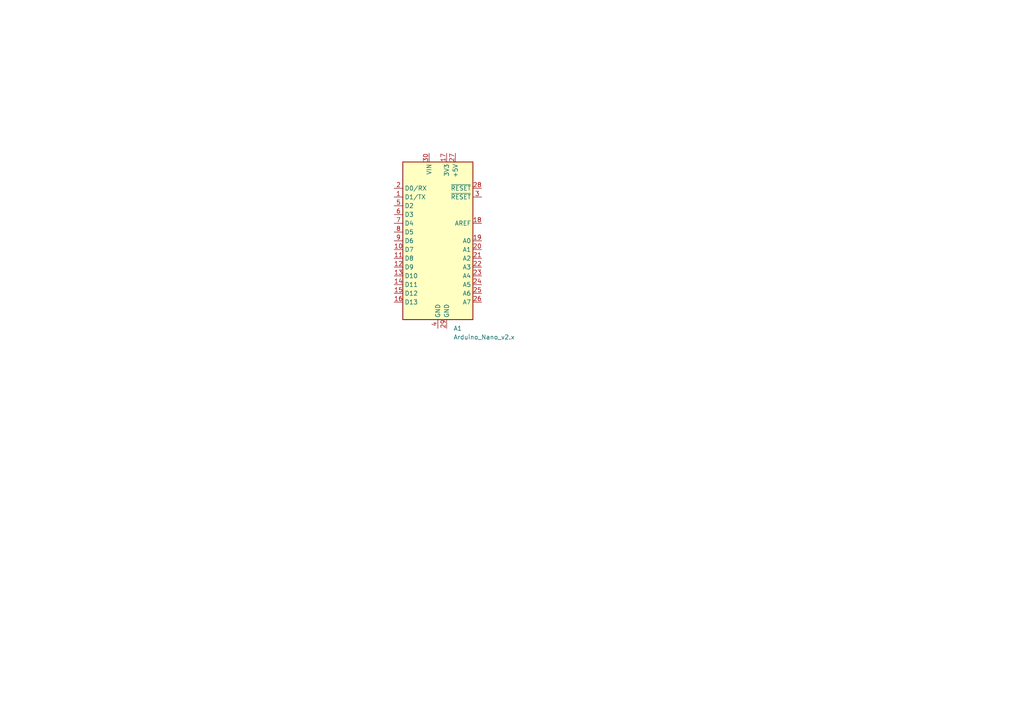
<source format=kicad_sch>
(kicad_sch (version 20230121) (generator eeschema)
  (paper "A4")
  (lib_symbols
    (symbol "MCU_Module:Arduino_Nano_v2.x"
      (property "Reference" "A" (at -10.16 23.495 0))
      (property "Value" "Arduino_Nano_v2.x" (at 5.08 -24.13 0))
      (symbol "Arduino_Nano_v2.x_0_1"
        (rectangle (start -10.16 22.86) (end 10.16 -22.86) (stroke (width 0.254)) (fill (type background)))
      )
      (symbol "Arduino_Nano_v2.x_1_1"
        (pin bidirectional line (at -12.7 12.7 0) (length 2.54) (name "D1/TX") (number "1"))
        (pin bidirectional line (at -12.7 -2.54 0) (length 2.54) (name "D7") (number "10"))
        (pin bidirectional line (at -12.7 -5.08 0) (length 2.54) (name "D8") (number "11"))
        (pin bidirectional line (at -12.7 -7.62 0) (length 2.54) (name "D9") (number "12"))
        (pin bidirectional line (at -12.7 -10.16 0) (length 2.54) (name "D10") (number "13"))
        (pin bidirectional line (at -12.7 -12.7 0) (length 2.54) (name "D11") (number "14"))
        (pin bidirectional line (at -12.7 -15.24 0) (length 2.54) (name "D12") (number "15"))
        (pin bidirectional line (at -12.7 -17.78 0) (length 2.54) (name "D13") (number "16"))
        (pin power_out line (at 2.54 25.4 270) (length 2.54) (name "3V3") (number "17"))
        (pin input line (at 12.7 5.08 180) (length 2.54) (name "AREF") (number "18"))
        (pin bidirectional line (at 12.7 0 180) (length 2.54) (name "A0") (number "19"))
        (pin bidirectional line (at -12.7 15.24 0) (length 2.54) (name "D0/RX") (number "2"))
        (pin bidirectional line (at 12.7 -2.54 180) (length 2.54) (name "A1") (number "20"))
        (pin bidirectional line (at 12.7 -5.08 180) (length 2.54) (name "A2") (number "21"))
        (pin bidirectional line (at 12.7 -7.62 180) (length 2.54) (name "A3") (number "22"))
        (pin bidirectional line (at 12.7 -10.16 180) (length 2.54) (name "A4") (number "23"))
        (pin bidirectional line (at 12.7 -12.7 180) (length 2.54) (name "A5") (number "24"))
        (pin bidirectional line (at 12.7 -15.24 180) (length 2.54) (name "A6") (number "25"))
        (pin bidirectional line (at 12.7 -17.78 180) (length 2.54) (name "A7") (number "26"))
        (pin power_out line (at 5.08 25.4 270) (length 2.54) (name "+5V") (number "27"))
        (pin input line (at 12.7 15.24 180) (length 2.54) (name "~{RESET}") (number "28"))
        (pin power_in line (at 2.54 -25.4 90) (length 2.54) (name "GND") (number "29"))
        (pin input line (at 12.7 12.7 180) (length 2.54) (name "~{RESET}") (number "3"))
        (pin power_in line (at -2.54 25.4 270) (length 2.54) (name "VIN") (number "30"))
        (pin power_in line (at 0 -25.4 90) (length 2.54) (name "GND") (number "4"))
        (pin bidirectional line (at -12.7 10.16 0) (length 2.54) (name "D2") (number "5"))
        (pin bidirectional line (at -12.7 7.62 0) (length 2.54) (name "D3") (number "6"))
        (pin bidirectional line (at -12.7 5.08 0) (length 2.54) (name "D4") (number "7"))
        (pin bidirectional line (at -12.7 2.54 0) (length 2.54) (name "D5") (number "8"))
        (pin bidirectional line (at -12.7 0 0) (length 2.54) (name "D6") (number "9"))
      )
    )
  )
  (symbol (lib_id "MCU_Module:Arduino_Nano_v2.x") (at 127 69.85 0) (unit 1)
    (property "Reference" "A1" (at 131.4959 95.25 0) (effects (justify left)))
    (property "Value" "Arduino_Nano_v2.x" (at 131.4959 97.79 0) (effects (justify left)))
    (property "Footprint" "Module:Arduino_Nano" (effects hide))
    (property "Datasheet" "https://www.arduino.cc/en/uploads/Main/ArduinoNanoManual23.pdf" (effects hide))
  )
)
</source>
